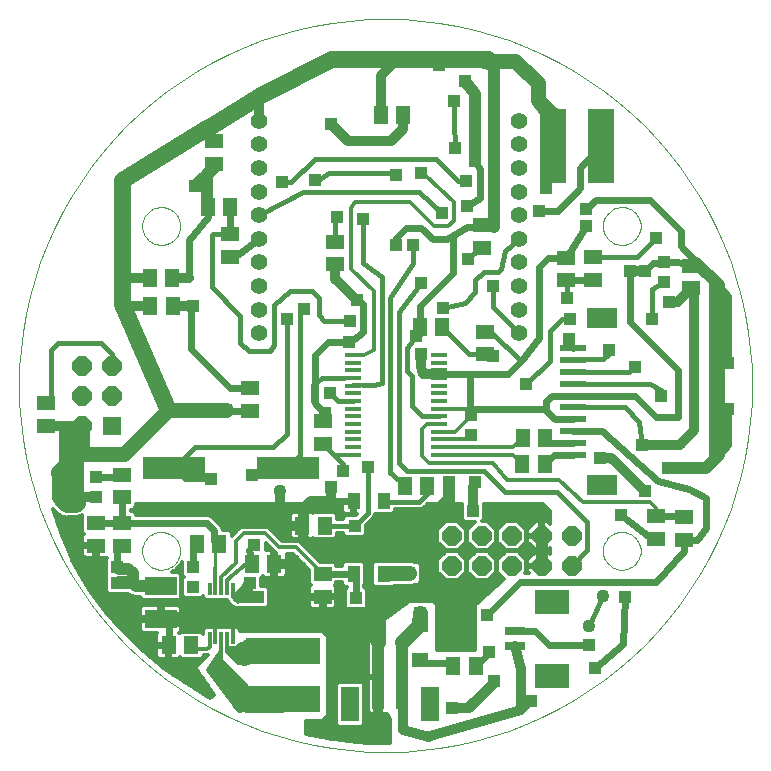
<source format=gtl>
G75*
G70*
%OFA0B0*%
%FSLAX24Y24*%
%IPPOS*%
%LPD*%
%AMOC8*
5,1,8,0,0,1.08239X$1,22.5*
%
%ADD10C,0.0000*%
%ADD11C,0.0039*%
%ADD12R,0.0640X0.0640*%
%ADD13OC8,0.0640*%
%ADD14R,0.2480X0.0866*%
%ADD15R,0.0512X0.0591*%
%ADD16R,0.1063X0.0630*%
%ADD17R,0.0551X0.0472*%
%ADD18R,0.0394X0.0433*%
%ADD19R,0.0591X0.0512*%
%ADD20C,0.0555*%
%ADD21R,0.0866X0.0236*%
%ADD22R,0.1024X0.0709*%
%ADD23R,0.0433X0.0551*%
%ADD24R,0.0709X0.0315*%
%ADD25R,0.1181X0.0827*%
%ADD26R,0.0550X0.0137*%
%ADD27R,0.2100X0.0760*%
%ADD28R,0.0866X0.2480*%
%ADD29R,0.0630X0.1181*%
%ADD30R,0.0394X0.2165*%
%ADD31R,0.0118X0.0394*%
%ADD32C,0.0160*%
%ADD33C,0.0320*%
%ADD34R,0.0436X0.0436*%
%ADD35C,0.0240*%
%ADD36C,0.0120*%
%ADD37C,0.0400*%
%ADD38C,0.0500*%
%ADD39C,0.0436*%
%ADD40OC8,0.0436*%
%ADD41C,0.0560*%
%ADD42C,0.0118*%
%ADD43C,0.0760*%
%ADD44C,0.0100*%
D10*
X004232Y006830D02*
X004234Y006880D01*
X004240Y006930D01*
X004250Y006979D01*
X004264Y007027D01*
X004281Y007074D01*
X004302Y007119D01*
X004327Y007163D01*
X004355Y007204D01*
X004387Y007243D01*
X004421Y007280D01*
X004458Y007314D01*
X004498Y007344D01*
X004540Y007371D01*
X004584Y007395D01*
X004630Y007416D01*
X004677Y007432D01*
X004725Y007445D01*
X004775Y007454D01*
X004824Y007459D01*
X004875Y007460D01*
X004925Y007457D01*
X004974Y007450D01*
X005023Y007439D01*
X005071Y007424D01*
X005117Y007406D01*
X005162Y007384D01*
X005205Y007358D01*
X005246Y007329D01*
X005285Y007297D01*
X005321Y007262D01*
X005353Y007224D01*
X005383Y007184D01*
X005410Y007141D01*
X005433Y007097D01*
X005452Y007051D01*
X005468Y007003D01*
X005480Y006954D01*
X005488Y006905D01*
X005492Y006855D01*
X005492Y006805D01*
X005488Y006755D01*
X005480Y006706D01*
X005468Y006657D01*
X005452Y006609D01*
X005433Y006563D01*
X005410Y006519D01*
X005383Y006476D01*
X005353Y006436D01*
X005321Y006398D01*
X005285Y006363D01*
X005246Y006331D01*
X005205Y006302D01*
X005162Y006276D01*
X005117Y006254D01*
X005071Y006236D01*
X005023Y006221D01*
X004974Y006210D01*
X004925Y006203D01*
X004875Y006200D01*
X004824Y006201D01*
X004775Y006206D01*
X004725Y006215D01*
X004677Y006228D01*
X004630Y006244D01*
X004584Y006265D01*
X004540Y006289D01*
X004498Y006316D01*
X004458Y006346D01*
X004421Y006380D01*
X004387Y006417D01*
X004355Y006456D01*
X004327Y006497D01*
X004302Y006541D01*
X004281Y006586D01*
X004264Y006633D01*
X004250Y006681D01*
X004240Y006730D01*
X004234Y006780D01*
X004232Y006830D01*
X004232Y017657D02*
X004234Y017707D01*
X004240Y017757D01*
X004250Y017806D01*
X004264Y017854D01*
X004281Y017901D01*
X004302Y017946D01*
X004327Y017990D01*
X004355Y018031D01*
X004387Y018070D01*
X004421Y018107D01*
X004458Y018141D01*
X004498Y018171D01*
X004540Y018198D01*
X004584Y018222D01*
X004630Y018243D01*
X004677Y018259D01*
X004725Y018272D01*
X004775Y018281D01*
X004824Y018286D01*
X004875Y018287D01*
X004925Y018284D01*
X004974Y018277D01*
X005023Y018266D01*
X005071Y018251D01*
X005117Y018233D01*
X005162Y018211D01*
X005205Y018185D01*
X005246Y018156D01*
X005285Y018124D01*
X005321Y018089D01*
X005353Y018051D01*
X005383Y018011D01*
X005410Y017968D01*
X005433Y017924D01*
X005452Y017878D01*
X005468Y017830D01*
X005480Y017781D01*
X005488Y017732D01*
X005492Y017682D01*
X005492Y017632D01*
X005488Y017582D01*
X005480Y017533D01*
X005468Y017484D01*
X005452Y017436D01*
X005433Y017390D01*
X005410Y017346D01*
X005383Y017303D01*
X005353Y017263D01*
X005321Y017225D01*
X005285Y017190D01*
X005246Y017158D01*
X005205Y017129D01*
X005162Y017103D01*
X005117Y017081D01*
X005071Y017063D01*
X005023Y017048D01*
X004974Y017037D01*
X004925Y017030D01*
X004875Y017027D01*
X004824Y017028D01*
X004775Y017033D01*
X004725Y017042D01*
X004677Y017055D01*
X004630Y017071D01*
X004584Y017092D01*
X004540Y017116D01*
X004498Y017143D01*
X004458Y017173D01*
X004421Y017207D01*
X004387Y017244D01*
X004355Y017283D01*
X004327Y017324D01*
X004302Y017368D01*
X004281Y017413D01*
X004264Y017460D01*
X004250Y017508D01*
X004240Y017557D01*
X004234Y017607D01*
X004232Y017657D01*
X019586Y017657D02*
X019588Y017707D01*
X019594Y017757D01*
X019604Y017806D01*
X019618Y017854D01*
X019635Y017901D01*
X019656Y017946D01*
X019681Y017990D01*
X019709Y018031D01*
X019741Y018070D01*
X019775Y018107D01*
X019812Y018141D01*
X019852Y018171D01*
X019894Y018198D01*
X019938Y018222D01*
X019984Y018243D01*
X020031Y018259D01*
X020079Y018272D01*
X020129Y018281D01*
X020178Y018286D01*
X020229Y018287D01*
X020279Y018284D01*
X020328Y018277D01*
X020377Y018266D01*
X020425Y018251D01*
X020471Y018233D01*
X020516Y018211D01*
X020559Y018185D01*
X020600Y018156D01*
X020639Y018124D01*
X020675Y018089D01*
X020707Y018051D01*
X020737Y018011D01*
X020764Y017968D01*
X020787Y017924D01*
X020806Y017878D01*
X020822Y017830D01*
X020834Y017781D01*
X020842Y017732D01*
X020846Y017682D01*
X020846Y017632D01*
X020842Y017582D01*
X020834Y017533D01*
X020822Y017484D01*
X020806Y017436D01*
X020787Y017390D01*
X020764Y017346D01*
X020737Y017303D01*
X020707Y017263D01*
X020675Y017225D01*
X020639Y017190D01*
X020600Y017158D01*
X020559Y017129D01*
X020516Y017103D01*
X020471Y017081D01*
X020425Y017063D01*
X020377Y017048D01*
X020328Y017037D01*
X020279Y017030D01*
X020229Y017027D01*
X020178Y017028D01*
X020129Y017033D01*
X020079Y017042D01*
X020031Y017055D01*
X019984Y017071D01*
X019938Y017092D01*
X019894Y017116D01*
X019852Y017143D01*
X019812Y017173D01*
X019775Y017207D01*
X019741Y017244D01*
X019709Y017283D01*
X019681Y017324D01*
X019656Y017368D01*
X019635Y017413D01*
X019618Y017460D01*
X019604Y017508D01*
X019594Y017557D01*
X019588Y017607D01*
X019586Y017657D01*
X019586Y006830D02*
X019588Y006880D01*
X019594Y006930D01*
X019604Y006979D01*
X019618Y007027D01*
X019635Y007074D01*
X019656Y007119D01*
X019681Y007163D01*
X019709Y007204D01*
X019741Y007243D01*
X019775Y007280D01*
X019812Y007314D01*
X019852Y007344D01*
X019894Y007371D01*
X019938Y007395D01*
X019984Y007416D01*
X020031Y007432D01*
X020079Y007445D01*
X020129Y007454D01*
X020178Y007459D01*
X020229Y007460D01*
X020279Y007457D01*
X020328Y007450D01*
X020377Y007439D01*
X020425Y007424D01*
X020471Y007406D01*
X020516Y007384D01*
X020559Y007358D01*
X020600Y007329D01*
X020639Y007297D01*
X020675Y007262D01*
X020707Y007224D01*
X020737Y007184D01*
X020764Y007141D01*
X020787Y007097D01*
X020806Y007051D01*
X020822Y007003D01*
X020834Y006954D01*
X020842Y006905D01*
X020846Y006855D01*
X020846Y006805D01*
X020842Y006755D01*
X020834Y006706D01*
X020822Y006657D01*
X020806Y006609D01*
X020787Y006563D01*
X020764Y006519D01*
X020737Y006476D01*
X020707Y006436D01*
X020675Y006398D01*
X020639Y006363D01*
X020600Y006331D01*
X020559Y006302D01*
X020516Y006276D01*
X020471Y006254D01*
X020425Y006236D01*
X020377Y006221D01*
X020328Y006210D01*
X020279Y006203D01*
X020229Y006200D01*
X020178Y006201D01*
X020129Y006206D01*
X020079Y006215D01*
X020031Y006228D01*
X019984Y006244D01*
X019938Y006265D01*
X019894Y006289D01*
X019852Y006316D01*
X019812Y006346D01*
X019775Y006380D01*
X019741Y006417D01*
X019709Y006456D01*
X019681Y006497D01*
X019656Y006541D01*
X019635Y006586D01*
X019618Y006633D01*
X019604Y006681D01*
X019594Y006730D01*
X019588Y006780D01*
X019586Y006830D01*
D11*
X000123Y012342D02*
X000138Y012942D01*
X000182Y013540D01*
X000255Y014135D01*
X000358Y014726D01*
X000489Y015311D01*
X000649Y015889D01*
X000837Y016458D01*
X001053Y017018D01*
X001296Y017566D01*
X001566Y018102D01*
X001861Y018624D01*
X002182Y019131D01*
X002528Y019621D01*
X002897Y020094D01*
X003288Y020548D01*
X003702Y020982D01*
X004136Y021396D01*
X004590Y021787D01*
X005063Y022156D01*
X005553Y022502D01*
X006060Y022823D01*
X006582Y023118D01*
X007118Y023388D01*
X007666Y023631D01*
X008226Y023847D01*
X008795Y024035D01*
X009373Y024195D01*
X009958Y024326D01*
X010549Y024429D01*
X011144Y024502D01*
X011742Y024546D01*
X012342Y024561D01*
X012942Y024546D01*
X013540Y024502D01*
X014135Y024429D01*
X014726Y024326D01*
X015311Y024195D01*
X015889Y024035D01*
X016458Y023847D01*
X017018Y023631D01*
X017566Y023388D01*
X018102Y023118D01*
X018624Y022823D01*
X019131Y022502D01*
X019621Y022156D01*
X020094Y021787D01*
X020548Y021396D01*
X020982Y020982D01*
X021396Y020548D01*
X021787Y020094D01*
X022156Y019621D01*
X022502Y019131D01*
X022823Y018624D01*
X023118Y018102D01*
X023388Y017566D01*
X023631Y017018D01*
X023847Y016458D01*
X024035Y015889D01*
X024195Y015311D01*
X024326Y014726D01*
X024429Y014135D01*
X024502Y013540D01*
X024546Y012942D01*
X024561Y012342D01*
X024546Y011742D01*
X024502Y011144D01*
X024429Y010549D01*
X024326Y009958D01*
X024195Y009373D01*
X024035Y008795D01*
X023847Y008226D01*
X023631Y007666D01*
X023388Y007118D01*
X023118Y006582D01*
X022823Y006060D01*
X022502Y005553D01*
X022156Y005063D01*
X021787Y004590D01*
X021396Y004136D01*
X020982Y003702D01*
X020548Y003288D01*
X020094Y002897D01*
X019621Y002528D01*
X019131Y002182D01*
X018624Y001861D01*
X018102Y001566D01*
X017566Y001296D01*
X017018Y001053D01*
X016458Y000837D01*
X015889Y000649D01*
X015311Y000489D01*
X014726Y000358D01*
X014135Y000255D01*
X013540Y000182D01*
X012942Y000138D01*
X012342Y000123D01*
X011742Y000138D01*
X011144Y000182D01*
X010549Y000255D01*
X009958Y000358D01*
X009373Y000489D01*
X008795Y000649D01*
X008226Y000837D01*
X007666Y001053D01*
X007118Y001296D01*
X006582Y001566D01*
X006060Y001861D01*
X005553Y002182D01*
X005063Y002528D01*
X004590Y002897D01*
X004136Y003288D01*
X003702Y003702D01*
X003288Y004136D01*
X002897Y004590D01*
X002528Y005063D01*
X002182Y005553D01*
X001861Y006060D01*
X001566Y006582D01*
X001296Y007118D01*
X001053Y007666D01*
X000837Y008226D01*
X000649Y008795D01*
X000489Y009373D01*
X000358Y009958D01*
X000255Y010549D01*
X000182Y011144D01*
X000138Y011742D01*
X000123Y012342D01*
D12*
X003220Y010996D03*
D13*
X003220Y011996D03*
X003220Y012996D03*
X002220Y012996D03*
X002220Y011996D03*
X002220Y010996D03*
X014547Y007330D03*
X014547Y006330D03*
X015547Y006330D03*
X015547Y007330D03*
X016547Y007330D03*
X016547Y006330D03*
X017547Y006330D03*
X018547Y006330D03*
X018547Y007330D03*
X017547Y007330D03*
D14*
X008921Y003496D03*
X008921Y001881D03*
D15*
X005862Y003681D03*
X005114Y003681D03*
X007881Y006393D03*
X008629Y006393D03*
X009566Y007673D03*
X010314Y007673D03*
X012984Y008980D03*
X013732Y008980D03*
X016897Y009740D03*
X017645Y009740D03*
X017665Y010606D03*
X016917Y010606D03*
X014236Y014295D03*
X013488Y014295D03*
X007157Y018291D03*
X006409Y018291D03*
X005224Y015940D03*
X004476Y015940D03*
X004496Y014976D03*
X005244Y014976D03*
X012192Y021374D03*
X012940Y021374D03*
X006799Y007063D03*
X006051Y007063D03*
X014598Y002976D03*
X015346Y002976D03*
D16*
X004850Y004551D03*
X004850Y005653D03*
D17*
X013492Y004374D03*
X013492Y003192D03*
D18*
X005925Y005629D03*
X005925Y006299D03*
X002696Y008622D03*
X002696Y009291D03*
X015192Y010700D03*
X015192Y011370D03*
X021610Y015799D03*
X021610Y016468D03*
D19*
X022523Y016326D03*
X022523Y015578D03*
X019255Y015874D03*
X019255Y016622D03*
X018362Y016606D03*
X018362Y015858D03*
X015566Y016940D03*
X015566Y017689D03*
X015665Y014137D03*
X015665Y013389D03*
X010673Y016385D03*
X010673Y017133D03*
X007149Y017389D03*
X007149Y016641D03*
X006610Y019736D03*
X006610Y020484D03*
X007818Y012251D03*
X007818Y011503D03*
X010259Y011149D03*
X010259Y010401D03*
X010251Y006055D03*
X010251Y005307D03*
X003563Y007007D03*
X003563Y007755D03*
X003563Y008622D03*
X003563Y009370D03*
X002696Y007755D03*
X002696Y007007D03*
X001039Y010996D03*
X001039Y011744D03*
X021342Y007976D03*
X021342Y007228D03*
X022287Y007196D03*
X022287Y007944D03*
D20*
X016791Y014082D03*
X016791Y014870D03*
X016791Y015657D03*
X016791Y016444D03*
X016791Y017232D03*
X016791Y018019D03*
X016791Y018807D03*
X016791Y019594D03*
X016791Y020381D03*
X016791Y021169D03*
X008129Y021169D03*
X008129Y020381D03*
X008129Y019594D03*
X008129Y018807D03*
X008129Y018019D03*
X008129Y017232D03*
X008129Y016444D03*
X008129Y015657D03*
X008129Y014870D03*
X008129Y014082D03*
D21*
X018598Y013582D03*
X018598Y013189D03*
X018598Y012795D03*
X018598Y012401D03*
X018598Y012007D03*
X018598Y011614D03*
X018598Y011220D03*
X018598Y010826D03*
X018598Y010433D03*
X018598Y010039D03*
D22*
X019543Y009015D03*
X019543Y014606D03*
D23*
X012283Y008492D03*
X011283Y008492D03*
X011283Y006051D03*
X012283Y006051D03*
D24*
X016665Y004143D03*
X016665Y003651D03*
D25*
X017895Y002667D03*
X017895Y005127D03*
D26*
X014128Y010033D03*
X014128Y010289D03*
X014128Y010545D03*
X014128Y010801D03*
X014128Y011057D03*
X014128Y011313D03*
X014128Y011568D03*
X014128Y011824D03*
X014128Y012080D03*
X014128Y012336D03*
X014128Y012592D03*
X014128Y012848D03*
X014128Y013104D03*
X014128Y013360D03*
X011249Y013360D03*
X011249Y013104D03*
X011249Y012848D03*
X011249Y012592D03*
X011249Y012336D03*
X011249Y012080D03*
X011249Y011824D03*
X011249Y011568D03*
X011249Y011313D03*
X011249Y011057D03*
X011249Y010801D03*
X011249Y010545D03*
X011249Y010289D03*
X011249Y010033D03*
D27*
X009081Y009594D03*
X005281Y009594D03*
D28*
X017921Y020330D03*
X019535Y020330D03*
D29*
X013838Y001724D03*
X011161Y001724D03*
D30*
X012106Y002618D03*
X012893Y002618D03*
D31*
X007263Y003937D03*
X007066Y003937D03*
X006870Y003937D03*
X006673Y003937D03*
X006476Y003937D03*
X006476Y005551D03*
X006673Y005551D03*
X006870Y005551D03*
X007066Y005551D03*
X007263Y005551D03*
D32*
X007500Y004626D02*
X007500Y004547D01*
X006830Y004547D01*
X009468Y007657D02*
X009586Y007736D01*
X009586Y008129D02*
X009901Y008484D01*
X010492Y008484D01*
X010531Y008523D01*
X010409Y007657D02*
X010314Y007673D01*
X010409Y007657D02*
X011318Y007657D01*
X011751Y008090D01*
X011751Y009626D01*
X012500Y009429D02*
X012535Y009429D01*
X012984Y008980D01*
X013051Y009507D02*
X015610Y009507D01*
X016318Y008799D01*
X018051Y008799D01*
X019074Y007775D01*
X019074Y006858D01*
X018547Y006330D01*
X019586Y005334D02*
X019468Y005059D01*
X019114Y004311D01*
X014547Y004940D02*
X014547Y005177D01*
X014311Y005413D01*
X014196Y005531D02*
X014153Y005531D01*
X013799Y005885D01*
X013472Y008472D02*
X012263Y008472D01*
X012500Y009429D02*
X012500Y015255D01*
X013248Y016437D01*
X013248Y017027D01*
X012224Y015964D02*
X012224Y012421D01*
X011948Y012342D01*
X011594Y012342D01*
X010964Y012578D02*
X010216Y012578D01*
X009940Y012342D01*
X009940Y011830D01*
X010334Y011437D01*
X010773Y011824D02*
X010492Y012106D01*
X010773Y011824D02*
X011249Y011824D01*
X010259Y010401D02*
X010925Y009736D01*
X010925Y009507D01*
X009626Y009665D02*
X009547Y009626D01*
X009112Y009626D01*
X009081Y009594D01*
X009507Y010021D01*
X009507Y014783D01*
X009626Y014901D01*
X010137Y014704D02*
X010295Y014507D01*
X011161Y014507D01*
X010137Y014704D02*
X010137Y015255D01*
X009901Y015492D01*
X009153Y015492D01*
X008641Y015019D01*
X008641Y013681D01*
X008484Y013484D01*
X007775Y013484D01*
X007500Y013759D01*
X007500Y014665D01*
X006555Y015610D01*
X006555Y017342D01*
X006602Y017389D01*
X007114Y017389D01*
X008129Y018019D02*
X008137Y018019D01*
X009586Y018799D01*
X013444Y018799D01*
X014232Y018090D01*
X014744Y019153D02*
X014035Y019901D01*
X009980Y019901D01*
X009192Y019114D01*
X008877Y019114D01*
X009980Y019192D02*
X010098Y019192D01*
X010452Y019429D01*
X012657Y019429D01*
X012696Y019350D01*
X011594Y017893D02*
X011594Y016437D01*
X012224Y015964D01*
X012775Y014783D02*
X013523Y015767D01*
X014271Y014940D02*
X014980Y015098D01*
X015334Y015452D01*
X015334Y015846D01*
X015610Y016122D01*
X016082Y016122D01*
X016200Y016240D01*
X016318Y016838D01*
X016791Y017232D01*
X015566Y016940D02*
X015484Y016940D01*
X015098Y016555D01*
X015925Y015649D02*
X015925Y014948D01*
X016791Y014082D01*
X015862Y014137D02*
X016850Y013149D01*
X017027Y012381D02*
X017814Y013169D01*
X017814Y014153D01*
X018208Y014547D01*
X018484Y014547D01*
X018405Y015255D02*
X018405Y015814D01*
X018362Y015858D01*
X019255Y016622D02*
X020716Y016622D01*
X021358Y017263D01*
X021610Y015799D02*
X021232Y015563D01*
X021240Y014547D01*
X020649Y012972D02*
X020452Y012775D01*
X018618Y012775D01*
X018598Y012795D01*
X018598Y012401D02*
X018618Y012381D01*
X021161Y012381D01*
X021515Y012185D01*
X021515Y011988D01*
X020807Y011122D02*
X020334Y011633D01*
X018618Y011633D01*
X018598Y011614D01*
X018598Y013189D02*
X018618Y013208D01*
X019586Y013208D01*
X019783Y013405D01*
X019783Y013523D01*
X020807Y011122D02*
X020885Y010374D01*
X015925Y013326D02*
X015728Y013326D01*
X015665Y013389D01*
X015141Y013389D01*
X014236Y014295D01*
X013488Y014039D02*
X013366Y013996D01*
X013051Y013602D01*
X013051Y012814D01*
X013208Y012657D01*
X013208Y011673D01*
X013568Y011313D01*
X014128Y011313D01*
X012775Y009744D02*
X013051Y009507D01*
X012775Y009744D02*
X012775Y014783D01*
X010673Y017133D02*
X010673Y017877D01*
X010728Y017972D01*
X009074Y014547D02*
X009074Y010728D01*
X008602Y010295D01*
X005981Y010295D01*
X005281Y009594D01*
X005643Y009232D01*
X006515Y009232D01*
X007893Y009350D02*
X008837Y009350D01*
X009081Y009594D01*
X013472Y008472D02*
X013759Y008759D01*
X013759Y008952D01*
X013732Y008980D01*
X015665Y014137D02*
X015862Y014137D01*
X015019Y019153D02*
X014744Y019153D01*
X014665Y020255D02*
X014626Y021161D01*
X014626Y021830D01*
X003220Y013393D02*
X003220Y012996D01*
X003220Y013393D02*
X002854Y013759D01*
X001437Y013759D01*
X001200Y013523D01*
X001200Y011905D01*
X001039Y011744D01*
D33*
X001035Y010996D02*
X001003Y010964D01*
X001035Y010996D02*
X001039Y010996D01*
X002220Y010996D01*
X001988Y008799D02*
X002165Y008622D01*
X002696Y008622D01*
X005964Y004626D02*
X005767Y004429D01*
X005964Y004626D02*
X006594Y004626D01*
X007500Y004626D01*
X007618Y004547D02*
X008326Y004547D01*
X008366Y004507D01*
X008629Y006393D02*
X009078Y006393D01*
X009271Y006200D01*
X009586Y007657D02*
X008838Y007657D01*
X008838Y008838D01*
X009586Y008208D02*
X009586Y008129D01*
X009586Y007736D01*
X009586Y007657D01*
X009566Y007673D02*
X008854Y007673D01*
X008838Y007657D01*
X009586Y008208D02*
X009862Y008484D01*
X009901Y008484D01*
X010531Y008484D01*
X010531Y008523D01*
X010531Y008956D01*
X012263Y008472D02*
X012283Y008492D01*
X012775Y007224D02*
X013090Y007224D01*
X014429Y008563D01*
X014429Y009074D01*
X014468Y009114D01*
X014468Y008405D02*
X014429Y008405D01*
X013208Y007185D01*
X012814Y007185D01*
X012775Y007224D01*
X013208Y007185D02*
X013563Y007185D01*
X014196Y005531D02*
X014192Y005374D01*
X013484Y004744D02*
X013492Y004736D01*
X013492Y004374D01*
X013484Y004350D02*
X013484Y004744D01*
X012893Y003799D02*
X012893Y002618D01*
X012933Y002578D01*
X012933Y000846D01*
X013799Y000610D01*
X013838Y000649D01*
X016850Y001535D01*
X016862Y002885D01*
X016665Y003651D01*
X015964Y002500D02*
X015964Y002421D01*
X015137Y001594D01*
X015098Y001594D01*
X015295Y001791D01*
X015098Y001594D02*
X014547Y001594D01*
X012342Y001122D02*
X012106Y001358D01*
X012106Y002618D01*
X012106Y002460D01*
X012106Y002618D02*
X012106Y003641D01*
X015255Y008169D02*
X015255Y008956D01*
X015334Y009114D01*
X013956Y012736D02*
X013602Y012736D01*
X013523Y012972D01*
X013523Y013405D01*
X011397Y015177D02*
X010673Y015901D01*
X010673Y016385D01*
X011082Y020492D02*
X010531Y021043D01*
X011082Y020492D02*
X012539Y020492D01*
X012933Y020885D01*
X012933Y021358D01*
X012940Y021366D01*
X012940Y021374D01*
X012192Y021374D02*
X012192Y022665D01*
X012736Y023208D01*
X008129Y021818D02*
X008129Y021169D01*
X008129Y021818D02*
X008024Y021923D01*
X005783Y015940D02*
X005224Y015940D01*
X004476Y015940D02*
X003657Y015940D01*
X003563Y015846D01*
X003563Y015059D02*
X003645Y014976D01*
X004496Y014976D01*
X005244Y014976D02*
X005921Y014976D01*
X005925Y014980D01*
X015566Y017689D02*
X015921Y017689D01*
X015952Y017657D01*
X017696Y018917D02*
X017657Y021555D01*
X017921Y021370D02*
X017921Y020330D01*
X020492Y016161D02*
X021003Y016161D01*
X021791Y015137D02*
X022082Y015137D01*
X022429Y015484D01*
X022618Y015484D01*
X022523Y015578D01*
X022618Y015484D02*
X022618Y010846D01*
X022145Y010374D01*
X020885Y010374D01*
X019862Y009940D02*
X020984Y008818D01*
X019862Y009940D02*
X019507Y009940D01*
D34*
X019507Y009940D03*
X020885Y010374D03*
X021751Y009586D03*
X020984Y008818D03*
X020177Y008011D03*
X020334Y005295D03*
X019114Y003681D03*
X019311Y002933D03*
X017185Y001830D03*
X015964Y002500D03*
X015807Y003444D03*
X015728Y004704D03*
X014547Y004940D03*
X013484Y004744D03*
X013129Y006082D03*
X011358Y005255D03*
X010216Y004626D03*
X009271Y006200D03*
X008090Y005295D03*
X007814Y005767D03*
X007854Y004507D03*
X008366Y004507D03*
X007972Y007027D03*
X008838Y007657D03*
X007893Y009350D03*
X006515Y009232D03*
X007027Y011515D03*
X009074Y014547D03*
X009626Y014901D03*
X011161Y014507D03*
X011122Y013799D03*
X011397Y015177D03*
X012696Y017027D03*
X013248Y017027D03*
X013523Y015767D03*
X014271Y014940D03*
X013366Y013996D03*
X013523Y013405D03*
X015925Y013326D03*
X017027Y012381D03*
X018444Y013877D03*
X018484Y014547D03*
X018405Y015255D03*
X019783Y013523D03*
X020649Y012972D03*
X021515Y011988D03*
X023759Y011555D03*
X023759Y013090D03*
X021791Y015137D03*
X021240Y014547D03*
X021003Y016161D03*
X020492Y016161D03*
X021358Y017263D03*
X019035Y017657D03*
X019035Y018208D03*
X017696Y018917D03*
X017460Y018169D03*
X015334Y019822D03*
X015019Y019153D03*
X015059Y018326D03*
X014232Y018090D03*
X013523Y019429D03*
X012696Y019350D03*
X011594Y017893D03*
X010728Y017972D03*
X009980Y019192D03*
X008877Y019114D03*
X010531Y021043D03*
X014114Y023011D03*
X014980Y022500D03*
X014626Y021830D03*
X014665Y020255D03*
X015098Y016555D03*
X015925Y015649D03*
X010492Y012106D03*
X010334Y011437D03*
X010925Y009507D03*
X010531Y008956D03*
X011751Y009626D03*
X011318Y007657D03*
X014468Y009114D03*
X015255Y008169D03*
X015334Y009114D03*
X014547Y001594D03*
X005767Y004429D03*
X003405Y005767D03*
X003405Y006279D03*
X002696Y006279D03*
X001988Y008799D03*
X001476Y008799D03*
X001476Y009350D03*
X005925Y014980D03*
X006003Y018996D03*
D35*
X006409Y018291D02*
X006437Y018263D01*
X006437Y017972D01*
X005783Y017200D01*
X005783Y015940D01*
X005925Y014980D02*
X005846Y014901D01*
X005846Y013563D01*
X007157Y012251D01*
X007818Y012251D01*
X007818Y011503D02*
X007039Y011503D01*
X007027Y011515D01*
X009980Y011751D02*
X010295Y011437D01*
X010334Y011437D01*
X010259Y011362D01*
X010259Y011149D01*
X009980Y011751D02*
X009980Y013354D01*
X010433Y013807D01*
X011114Y013807D01*
X011122Y013799D01*
X011122Y013759D02*
X011594Y014114D01*
X011594Y015059D01*
X011397Y015177D01*
X012696Y017027D02*
X012696Y017263D01*
X013011Y017578D01*
X013523Y017578D01*
X013917Y017224D01*
X014389Y017224D01*
X015059Y017618D01*
X015952Y017618D01*
X015492Y018602D02*
X015059Y018326D01*
X015492Y018602D02*
X015492Y019547D01*
X015334Y019822D01*
X017460Y018169D02*
X018090Y018169D01*
X018838Y018917D01*
X018838Y019594D01*
X019535Y020330D01*
X019350Y018523D02*
X019035Y018208D01*
X019350Y018523D02*
X021161Y018523D01*
X022185Y017500D01*
X022185Y016988D01*
X023759Y015334D01*
X023759Y013090D01*
X023759Y013011D01*
X023759Y011555D02*
X023759Y010344D01*
X023090Y009674D01*
X023208Y009940D01*
X023208Y015885D01*
X022696Y016429D02*
X022523Y016326D01*
X022696Y016429D02*
X021610Y016468D01*
X021271Y016429D01*
X021003Y016161D01*
X020492Y016161D02*
X020492Y014468D01*
X022106Y012854D01*
X022106Y011279D01*
X021358Y011279D01*
X020649Y011988D01*
X018618Y011988D01*
X018598Y012007D01*
X018500Y011988D01*
X017893Y011988D01*
X017696Y011830D01*
X017696Y011673D01*
X017578Y011555D01*
X015466Y011555D01*
X015452Y011568D01*
X015649Y011555D02*
X015228Y011555D01*
X015149Y011633D01*
X015149Y012629D01*
X015255Y012736D01*
X016437Y012736D01*
X016850Y013149D01*
X017460Y013917D01*
X017460Y016279D01*
X017748Y016606D01*
X018362Y016606D01*
X018366Y016594D02*
X018523Y016870D01*
X019035Y017657D01*
X019255Y015874D02*
X019240Y015858D01*
X018362Y015858D01*
X018444Y013877D02*
X018444Y013736D01*
X018598Y013582D01*
X017696Y011830D02*
X017696Y011594D01*
X017696Y011476D01*
X017992Y011220D01*
X018598Y011220D01*
X018598Y010826D02*
X019566Y010826D01*
X021437Y009153D01*
X022460Y008877D01*
X023011Y008602D01*
X023011Y007578D01*
X022708Y007196D01*
X022287Y007196D01*
X022287Y006814D01*
X021358Y005807D01*
X016830Y005807D01*
X015728Y004704D01*
X016665Y004143D02*
X017313Y004143D01*
X017775Y003681D01*
X019114Y003681D01*
X019311Y002933D02*
X020255Y003720D01*
X020334Y005295D01*
X021236Y007228D02*
X020177Y008011D01*
X021358Y007992D02*
X022240Y007992D01*
X022287Y007944D01*
X021342Y007228D02*
X021236Y007228D01*
X021751Y009586D02*
X023051Y009586D01*
X023090Y009674D01*
X018598Y010039D02*
X017944Y010039D01*
X017645Y009740D01*
X017838Y010433D02*
X017665Y010606D01*
X017838Y010433D02*
X018598Y010433D01*
X015149Y011291D02*
X015149Y011633D01*
X015255Y012736D02*
X013956Y012736D01*
X013366Y013996D02*
X013488Y014118D01*
X013488Y014295D01*
X013484Y014114D02*
X013366Y013996D01*
X013484Y014114D02*
X013484Y014980D01*
X014586Y016082D01*
X014586Y017342D01*
X012775Y017342D02*
X012696Y017263D01*
X008129Y017232D02*
X007263Y016602D01*
X007149Y016641D01*
X007114Y017389D02*
X007149Y017389D01*
X007149Y018283D01*
X007157Y018291D01*
X014114Y023011D02*
X014232Y023208D01*
X002220Y010996D02*
X002106Y010881D01*
X002106Y010059D01*
X002106Y008759D01*
X002283Y008622D01*
X002696Y008622D01*
X002696Y009291D02*
X003484Y009291D01*
X003563Y009370D01*
X003563Y008622D02*
X003563Y007755D01*
X006377Y007755D01*
X006633Y007500D01*
X006633Y007149D01*
X006799Y007063D01*
X006051Y007063D02*
X005925Y006937D01*
X005925Y006299D01*
X005177Y004547D02*
X005114Y004484D01*
X005114Y004287D01*
X004850Y004551D01*
X005114Y004287D02*
X005114Y003681D01*
X007500Y003523D02*
X007539Y003484D01*
X007618Y003405D01*
X007775Y003523D02*
X008248Y003602D01*
X008641Y003484D01*
X008921Y003496D02*
X009405Y003523D01*
X010216Y004626D02*
X010255Y004704D01*
X011988Y004704D01*
X012106Y003838D01*
X012106Y004547D01*
X012696Y005137D01*
X012696Y005177D01*
X013011Y005492D01*
X014153Y005492D01*
X013759Y005885D01*
X013759Y006279D01*
X013169Y006870D01*
X012736Y006870D01*
X012354Y006082D02*
X012283Y006051D01*
X011358Y005976D02*
X011358Y005255D01*
X011358Y005976D02*
X011283Y006051D01*
X011279Y006055D01*
X010251Y006055D01*
X010251Y005307D02*
X009535Y005307D01*
X009271Y005570D01*
X009271Y006200D01*
X010098Y006870D02*
X009507Y007460D01*
X009507Y007539D01*
X009389Y007657D01*
X008838Y007657D01*
X009566Y007673D02*
X009665Y007771D01*
X009665Y008248D01*
X009901Y008484D01*
X009909Y008492D01*
X011283Y008492D01*
X013641Y006633D02*
X013799Y006476D01*
X013799Y005885D01*
X012106Y004350D02*
X012055Y004401D01*
X013492Y003192D02*
X013578Y003192D01*
X013681Y003090D01*
X014484Y003090D01*
X014598Y002976D01*
X015346Y002976D02*
X015807Y003437D01*
X015807Y003444D01*
X017185Y001830D02*
X017027Y001673D01*
X016850Y001535D01*
X010251Y004661D02*
X010216Y004626D01*
X010251Y004661D02*
X010251Y005307D01*
X007972Y007027D02*
X007803Y006858D01*
X007881Y006393D01*
X003563Y007007D02*
X003405Y006850D01*
X003405Y006279D01*
X002696Y006279D02*
X002696Y007007D01*
X002696Y007755D02*
X003563Y007755D01*
D36*
X003872Y003892D02*
X004698Y003892D01*
X004698Y004010D02*
X003758Y004010D01*
X003644Y004129D02*
X004199Y004129D01*
X004158Y004169D02*
X004252Y004076D01*
X004731Y004076D01*
X004698Y004042D01*
X004698Y003741D01*
X005054Y003741D01*
X005054Y003621D01*
X005054Y003620D02*
X005174Y003620D01*
X005174Y003225D01*
X005436Y003225D01*
X005488Y003277D01*
X005540Y003225D01*
X006184Y003225D01*
X006278Y003319D01*
X006278Y003343D01*
X006413Y003343D01*
X006003Y002933D01*
X006633Y002027D01*
X006476Y001909D01*
X004980Y002893D01*
X004114Y003641D01*
X003090Y004704D01*
X002500Y005492D01*
X001948Y006397D01*
X001515Y007460D01*
X001259Y008229D01*
X001373Y008115D01*
X001386Y008091D01*
X001434Y008054D01*
X001477Y008011D01*
X001502Y008000D01*
X001524Y007983D01*
X001583Y007967D01*
X001638Y007944D01*
X001666Y007944D01*
X001693Y007937D01*
X001753Y007944D01*
X001813Y007944D01*
X001839Y007955D01*
X001924Y007965D01*
X001969Y007965D01*
X002038Y007959D01*
X002056Y007965D01*
X002075Y007965D01*
X002139Y007991D01*
X002140Y007992D01*
X002186Y007997D01*
X002222Y008018D01*
X002241Y008024D01*
X002241Y007433D01*
X002293Y007381D01*
X002241Y007330D01*
X002241Y007067D01*
X002636Y007067D01*
X002636Y006947D01*
X002756Y006947D01*
X002756Y006591D01*
X003055Y006591D01*
X003027Y006563D01*
X003027Y006052D01*
X003027Y005483D01*
X003121Y005389D01*
X003689Y005389D01*
X003707Y005407D01*
X003768Y005407D01*
X003827Y005348D01*
X003959Y005293D01*
X004103Y005293D01*
X004158Y005293D01*
X004158Y005272D01*
X004252Y005178D01*
X005448Y005178D01*
X005541Y005272D01*
X005541Y006034D01*
X005448Y006128D01*
X005230Y006128D01*
X005309Y006161D01*
X005531Y006383D01*
X005568Y006471D01*
X005568Y006016D01*
X005620Y005964D01*
X005568Y005912D01*
X005568Y005347D01*
X005662Y005253D01*
X006188Y005253D01*
X006257Y005322D01*
X006257Y005288D01*
X006351Y005194D01*
X006547Y005194D01*
X006798Y005194D01*
X006995Y005194D01*
X007053Y005194D01*
X007087Y005160D01*
X007116Y005091D01*
X007217Y004990D01*
X007286Y004961D01*
X007330Y004917D01*
X007512Y004917D01*
X007529Y004935D01*
X007788Y004935D01*
X007806Y004917D01*
X008374Y004917D01*
X008468Y005010D01*
X008468Y005579D01*
X008374Y005673D01*
X008193Y005673D01*
X008193Y005938D01*
X008204Y005938D01*
X008255Y005990D01*
X008307Y005938D01*
X008569Y005938D01*
X008569Y006333D01*
X008689Y006333D01*
X008689Y005938D01*
X008952Y005938D01*
X009045Y006032D01*
X009045Y006333D01*
X008690Y006333D01*
X008690Y006453D01*
X009045Y006453D01*
X009045Y006728D01*
X009267Y006728D01*
X009796Y006199D01*
X009796Y005732D01*
X009848Y005681D01*
X009796Y005629D01*
X009796Y005366D01*
X010191Y005366D01*
X010191Y005247D01*
X009796Y005247D01*
X009796Y004984D01*
X009890Y004891D01*
X010192Y004891D01*
X010192Y005246D01*
X010311Y005246D01*
X010311Y004891D01*
X010613Y004891D01*
X010707Y004984D01*
X010707Y005247D01*
X010312Y005247D01*
X010312Y005366D01*
X010707Y005366D01*
X010707Y005629D01*
X010655Y005681D01*
X010707Y005732D01*
X010707Y005775D01*
X010906Y005775D01*
X010906Y005709D01*
X011000Y005615D01*
X011055Y005615D01*
X010980Y005540D01*
X010980Y004971D01*
X011073Y004877D01*
X011642Y004877D01*
X011736Y004971D01*
X011736Y005540D01*
X011642Y005634D01*
X011638Y005634D01*
X011638Y005687D01*
X011659Y005709D01*
X011659Y006393D01*
X011566Y006486D01*
X011000Y006486D01*
X010906Y006393D01*
X010906Y006335D01*
X010707Y006335D01*
X010707Y006377D01*
X010613Y006471D01*
X010147Y006471D01*
X009449Y007168D01*
X009267Y007168D01*
X008890Y007168D01*
X008417Y007641D01*
X008235Y007641D01*
X007526Y007641D01*
X007398Y007512D01*
X007215Y007329D01*
X007215Y007424D01*
X007121Y007518D01*
X006913Y007518D01*
X006913Y007555D01*
X006871Y007658D01*
X006792Y007737D01*
X006536Y007993D01*
X006433Y008035D01*
X006322Y008035D01*
X004018Y008035D01*
X004018Y008078D01*
X003924Y008171D01*
X003842Y008171D01*
X003842Y008206D01*
X003924Y008206D01*
X004018Y008299D01*
X004018Y008405D01*
X010906Y008405D01*
X010906Y008150D01*
X011000Y008056D01*
X011235Y008056D01*
X011235Y008405D01*
X011331Y008405D01*
X011331Y008056D01*
X011378Y008056D01*
X011357Y008035D01*
X011034Y008035D01*
X010940Y007941D01*
X010940Y007897D01*
X010730Y007897D01*
X010730Y008034D01*
X010637Y008128D01*
X009992Y008128D01*
X009940Y008076D01*
X009889Y008128D01*
X009626Y008128D01*
X009626Y007733D01*
X009506Y007733D01*
X009506Y007613D01*
X009151Y007613D01*
X009151Y007311D01*
X009244Y007217D01*
X009506Y007217D01*
X009506Y007613D01*
X009626Y007613D01*
X009626Y007217D01*
X009889Y007217D01*
X009940Y007269D01*
X009992Y007217D01*
X010637Y007217D01*
X010730Y007311D01*
X010730Y007417D01*
X010940Y007417D01*
X010940Y007373D01*
X011034Y007279D01*
X011603Y007279D01*
X011696Y007373D01*
X011696Y007696D01*
X011955Y007954D01*
X011991Y008042D01*
X011991Y008065D01*
X012000Y008056D01*
X012566Y008056D01*
X012659Y008150D01*
X012659Y008232D01*
X013424Y008232D01*
X013520Y008232D01*
X013608Y008269D01*
X013744Y008405D01*
X014877Y008405D01*
X014877Y007884D01*
X014971Y007791D01*
X015329Y007791D01*
X015067Y007529D01*
X015067Y007131D01*
X015348Y006850D01*
X015746Y006850D01*
X016027Y007131D01*
X016027Y007529D01*
X015746Y007810D01*
X015559Y007810D01*
X015634Y007884D01*
X015634Y008405D01*
X017578Y008405D01*
X017814Y008169D01*
X017814Y007741D01*
X017746Y007810D01*
X017587Y007810D01*
X017587Y007370D01*
X017507Y007370D01*
X017506Y007370D02*
X017506Y007290D01*
X017067Y007290D01*
X017067Y007131D01*
X017348Y006850D01*
X017507Y006850D01*
X017507Y007290D01*
X017587Y007290D01*
X017587Y006850D01*
X017746Y006850D01*
X017814Y006919D01*
X017814Y006741D01*
X017746Y006810D01*
X017587Y006810D01*
X017587Y006370D01*
X017507Y006370D01*
X017506Y006370D02*
X017506Y006290D01*
X017067Y006290D01*
X017067Y006131D01*
X017112Y006087D01*
X016982Y006087D01*
X017027Y006131D01*
X017027Y006529D01*
X016746Y006810D01*
X016348Y006810D01*
X016067Y006529D01*
X016067Y006131D01*
X016305Y005893D01*
X015334Y005019D01*
X015334Y003523D01*
X014074Y003523D01*
X014074Y005019D01*
X013877Y005177D01*
X013208Y005177D01*
X013090Y005137D01*
X012224Y004507D01*
X012224Y003860D01*
X012144Y003860D01*
X012144Y002656D01*
X012067Y002656D01*
X012067Y002579D01*
X011749Y002579D01*
X011749Y001469D01*
X011843Y001375D01*
X012067Y001375D01*
X012067Y002579D01*
X012144Y002579D01*
X012144Y001375D01*
X012369Y001375D01*
X012375Y001381D01*
X012500Y001240D01*
X012500Y000413D01*
X011751Y000413D01*
X011082Y000492D01*
X010216Y000610D01*
X009704Y000728D01*
X009704Y001161D01*
X010216Y001161D01*
X010413Y001318D01*
X010413Y003956D01*
X010255Y004153D01*
X007482Y004153D01*
X007482Y004200D01*
X007389Y004293D01*
X007263Y004293D01*
X007192Y004293D01*
X007175Y004293D01*
X007138Y004293D01*
X006941Y004293D01*
X006744Y004293D01*
X006673Y004293D01*
X006673Y004222D01*
X006673Y004222D01*
X006673Y004222D01*
X006673Y004293D01*
X006601Y004293D01*
X006596Y004293D01*
X006547Y004293D01*
X006351Y004293D01*
X006257Y004200D01*
X006257Y004063D01*
X006184Y004136D01*
X005540Y004136D01*
X005488Y004084D01*
X005472Y004100D01*
X005541Y004169D01*
X005541Y004491D01*
X004910Y004491D01*
X004910Y004611D01*
X004790Y004611D01*
X004790Y005026D01*
X004252Y005026D01*
X004158Y004932D01*
X004158Y004611D01*
X004790Y004611D01*
X004790Y004491D01*
X004158Y004491D01*
X004158Y004169D01*
X004158Y004247D02*
X003530Y004247D01*
X003416Y004366D02*
X004158Y004366D01*
X004158Y004484D02*
X003302Y004484D01*
X003188Y004603D02*
X004790Y004603D01*
X004790Y004722D02*
X004910Y004722D01*
X004910Y004611D02*
X004910Y005026D01*
X005448Y005026D01*
X005541Y004932D01*
X005541Y004611D01*
X004910Y004611D01*
X004910Y004603D02*
X012355Y004603D01*
X012224Y004484D02*
X005541Y004484D01*
X005541Y004366D02*
X012224Y004366D01*
X012224Y004247D02*
X007435Y004247D01*
X007263Y004247D02*
X007263Y004247D01*
X007263Y004232D02*
X007578Y004547D01*
X007618Y004547D01*
X007814Y004547D01*
X007578Y004547D02*
X006830Y004547D01*
X006673Y004547D02*
X006594Y004626D01*
X006673Y004247D02*
X006673Y004247D01*
X006870Y003937D02*
X006870Y002696D01*
X007342Y002224D01*
X007521Y002232D02*
X006898Y002232D01*
X006810Y002351D02*
X007521Y002351D01*
X007521Y002381D02*
X007521Y001941D01*
X008861Y001941D01*
X008861Y001821D01*
X007521Y001821D01*
X007521Y001475D01*
X007460Y001476D01*
X006437Y002854D01*
X006866Y003479D01*
X006866Y003462D01*
X006830Y003208D01*
X007589Y002449D01*
X007521Y002381D01*
X007569Y002469D02*
X006722Y002469D01*
X006634Y002588D02*
X007451Y002588D01*
X007332Y002706D02*
X006546Y002706D01*
X006458Y002825D02*
X007214Y002825D01*
X007095Y002943D02*
X006498Y002943D01*
X006580Y003062D02*
X006976Y003062D01*
X006858Y003181D02*
X006661Y003181D01*
X006743Y003299D02*
X006843Y003299D01*
X006824Y003418D02*
X006860Y003418D01*
X007066Y003444D02*
X007421Y003090D01*
X007578Y003129D01*
X008248Y003602D01*
X007460Y003602D01*
X007539Y003484D01*
X007539Y003602D01*
X007521Y003555D02*
X008861Y003555D01*
X008861Y003436D01*
X007521Y003436D01*
X007521Y003090D01*
X007460Y003090D01*
X007070Y003481D01*
X007070Y003566D01*
X007084Y003580D01*
X007192Y003580D01*
X007212Y003600D01*
X007380Y003600D01*
X007462Y003682D01*
X007462Y003683D01*
X007521Y003741D01*
X007521Y003555D01*
X007500Y003523D02*
X007460Y003602D01*
X007106Y003602D01*
X007070Y003536D02*
X008861Y003536D01*
X008981Y003536D02*
X010098Y003536D01*
X010098Y003555D02*
X008981Y003555D01*
X008981Y003436D01*
X010098Y003436D01*
X010098Y003555D01*
X010413Y003536D02*
X011749Y003536D01*
X011749Y003418D02*
X010413Y003418D01*
X010413Y003299D02*
X011749Y003299D01*
X011749Y003181D02*
X010413Y003181D01*
X010413Y003062D02*
X011749Y003062D01*
X011749Y002943D02*
X010413Y002943D01*
X010413Y002825D02*
X011749Y002825D01*
X011749Y002706D02*
X010413Y002706D01*
X010413Y002588D02*
X012067Y002588D01*
X012067Y002656D02*
X011749Y002656D01*
X011749Y003767D01*
X011843Y003860D01*
X012067Y003860D01*
X012067Y002656D01*
X012067Y002706D02*
X012144Y002706D01*
X012144Y002825D02*
X012067Y002825D01*
X012067Y002943D02*
X012144Y002943D01*
X012144Y003062D02*
X012067Y003062D01*
X012067Y003181D02*
X012144Y003181D01*
X012144Y003299D02*
X012067Y003299D01*
X012067Y003418D02*
X012144Y003418D01*
X012144Y003536D02*
X012067Y003536D01*
X012067Y003655D02*
X012144Y003655D01*
X012144Y003773D02*
X012067Y003773D01*
X012224Y003892D02*
X010413Y003892D01*
X010413Y003773D02*
X011756Y003773D01*
X011749Y003655D02*
X010413Y003655D01*
X010370Y004010D02*
X012224Y004010D01*
X012224Y004129D02*
X010275Y004129D01*
X010311Y004959D02*
X010192Y004959D01*
X010192Y005077D02*
X010311Y005077D01*
X010311Y005196D02*
X010192Y005196D01*
X010191Y005314D02*
X008468Y005314D01*
X008468Y005196D02*
X009796Y005196D01*
X009796Y005077D02*
X008468Y005077D01*
X008416Y004959D02*
X009822Y004959D01*
X009796Y005433D02*
X008468Y005433D01*
X008468Y005551D02*
X009796Y005551D01*
X009837Y005670D02*
X008377Y005670D01*
X008193Y005788D02*
X009796Y005788D01*
X009796Y005907D02*
X008193Y005907D01*
X008569Y006026D02*
X008689Y006026D01*
X008689Y006144D02*
X008569Y006144D01*
X008569Y006263D02*
X008689Y006263D01*
X008690Y006381D02*
X009614Y006381D01*
X009732Y006263D02*
X009045Y006263D01*
X009045Y006144D02*
X009796Y006144D01*
X009796Y006026D02*
X009039Y006026D01*
X009045Y006500D02*
X009495Y006500D01*
X009377Y006618D02*
X009045Y006618D01*
X008689Y006618D02*
X008569Y006618D01*
X008569Y006500D02*
X008689Y006500D01*
X008689Y006453D02*
X008689Y006747D01*
X008579Y006857D01*
X008350Y007086D01*
X008350Y006848D01*
X008569Y006848D01*
X008569Y006453D01*
X008689Y006453D01*
X008689Y006737D02*
X008569Y006737D01*
X008581Y006855D02*
X008350Y006855D01*
X008350Y006974D02*
X008462Y006974D01*
X008799Y006948D02*
X009358Y006948D01*
X010251Y006055D01*
X010117Y006500D02*
X014067Y006500D01*
X014067Y006529D02*
X014067Y006131D01*
X014348Y005850D01*
X014746Y005850D01*
X015027Y006131D01*
X015027Y006529D01*
X014746Y006810D01*
X014348Y006810D01*
X014067Y006529D01*
X014156Y006618D02*
X009999Y006618D01*
X009880Y006737D02*
X014275Y006737D01*
X014348Y006850D02*
X014067Y007131D01*
X014067Y007529D01*
X014348Y007810D01*
X014746Y007810D01*
X015027Y007529D01*
X015027Y007131D01*
X014746Y006850D01*
X014348Y006850D01*
X014343Y006855D02*
X009762Y006855D01*
X009643Y006974D02*
X014224Y006974D01*
X014106Y007092D02*
X009525Y007092D01*
X009506Y007330D02*
X009626Y007330D01*
X009626Y007448D02*
X009506Y007448D01*
X009506Y007567D02*
X009626Y007567D01*
X009506Y007685D02*
X006844Y007685D01*
X006909Y007567D02*
X007452Y007567D01*
X007334Y007448D02*
X007191Y007448D01*
X007215Y007330D02*
X007215Y007330D01*
X007342Y007145D02*
X007618Y007421D01*
X008326Y007421D01*
X008799Y006948D01*
X008847Y007211D02*
X014067Y007211D01*
X014067Y007330D02*
X011653Y007330D01*
X011696Y007448D02*
X014067Y007448D01*
X014104Y007567D02*
X011696Y007567D01*
X011696Y007685D02*
X014223Y007685D01*
X014341Y007804D02*
X011805Y007804D01*
X011923Y007922D02*
X014877Y007922D01*
X014877Y008041D02*
X011991Y008041D01*
X011363Y008041D02*
X010724Y008041D01*
X010730Y007922D02*
X010940Y007922D01*
X010906Y008159D02*
X003936Y008159D01*
X003996Y008278D02*
X010906Y008278D01*
X010906Y008396D02*
X004018Y008396D01*
X004018Y008041D02*
X009157Y008041D01*
X009151Y008034D02*
X009151Y007733D01*
X009506Y007733D01*
X009506Y008128D01*
X009244Y008128D01*
X009151Y008034D01*
X009151Y007922D02*
X006607Y007922D01*
X006725Y007804D02*
X009151Y007804D01*
X009151Y007567D02*
X008492Y007567D01*
X008610Y007448D02*
X009151Y007448D01*
X009151Y007330D02*
X008729Y007330D01*
X009506Y007804D02*
X009626Y007804D01*
X009626Y007922D02*
X009506Y007922D01*
X009506Y008041D02*
X009626Y008041D01*
X010730Y007330D02*
X010983Y007330D01*
X011235Y008159D02*
X011331Y008159D01*
X011331Y008278D02*
X011235Y008278D01*
X011235Y008396D02*
X011331Y008396D01*
X012659Y008159D02*
X014877Y008159D01*
X014877Y008278D02*
X013617Y008278D01*
X013736Y008396D02*
X014877Y008396D01*
X014958Y007804D02*
X014752Y007804D01*
X014871Y007685D02*
X015223Y007685D01*
X015104Y007567D02*
X014989Y007567D01*
X015027Y007448D02*
X015067Y007448D01*
X015067Y007330D02*
X015027Y007330D01*
X015027Y007211D02*
X015067Y007211D01*
X015106Y007092D02*
X014988Y007092D01*
X014869Y006974D02*
X015224Y006974D01*
X015343Y006855D02*
X014751Y006855D01*
X014819Y006737D02*
X015275Y006737D01*
X015348Y006810D02*
X015067Y006529D01*
X015067Y006131D01*
X015348Y005850D01*
X015746Y005850D01*
X016027Y006131D01*
X016027Y006529D01*
X015746Y006810D01*
X015348Y006810D01*
X015156Y006618D02*
X014937Y006618D01*
X015027Y006500D02*
X015067Y006500D01*
X015067Y006381D02*
X015027Y006381D01*
X015027Y006263D02*
X015067Y006263D01*
X015067Y006144D02*
X015027Y006144D01*
X014921Y006026D02*
X015173Y006026D01*
X015291Y005907D02*
X014802Y005907D01*
X014291Y005907D02*
X013508Y005907D01*
X013508Y005924D02*
X013508Y005798D01*
X013414Y005704D01*
X013288Y005704D01*
X013211Y005672D01*
X012623Y005672D01*
X012566Y005615D01*
X012000Y005615D01*
X011906Y005709D01*
X011906Y006393D01*
X012000Y006486D01*
X012258Y006486D01*
X012272Y006492D01*
X013211Y006492D01*
X013288Y006460D01*
X013414Y006460D01*
X013508Y006367D01*
X013508Y006241D01*
X013539Y006164D01*
X013539Y006001D01*
X013508Y005924D01*
X013539Y006026D02*
X014173Y006026D01*
X014067Y006144D02*
X013539Y006144D01*
X013508Y006263D02*
X014067Y006263D01*
X014067Y006381D02*
X013493Y006381D01*
X013498Y005788D02*
X016189Y005788D01*
X016291Y005907D02*
X015802Y005907D01*
X015921Y006026D02*
X016173Y006026D01*
X016067Y006144D02*
X016027Y006144D01*
X016027Y006263D02*
X016067Y006263D01*
X016067Y006381D02*
X016027Y006381D01*
X016027Y006500D02*
X016067Y006500D01*
X016156Y006618D02*
X015937Y006618D01*
X015819Y006737D02*
X016275Y006737D01*
X016348Y006850D02*
X016067Y007131D01*
X016067Y007529D01*
X016348Y007810D01*
X016746Y007810D01*
X017027Y007529D01*
X017027Y007131D01*
X016746Y006850D01*
X016348Y006850D01*
X016343Y006855D02*
X015751Y006855D01*
X015869Y006974D02*
X016224Y006974D01*
X016106Y007092D02*
X015988Y007092D01*
X016027Y007211D02*
X016067Y007211D01*
X016067Y007330D02*
X016027Y007330D01*
X016027Y007448D02*
X016067Y007448D01*
X016104Y007567D02*
X015989Y007567D01*
X015871Y007685D02*
X016223Y007685D01*
X016341Y007804D02*
X015752Y007804D01*
X015634Y007922D02*
X017814Y007922D01*
X017814Y007804D02*
X017752Y007804D01*
X017587Y007804D02*
X017507Y007804D01*
X017507Y007810D02*
X017348Y007810D01*
X017067Y007529D01*
X017067Y007370D01*
X017506Y007370D01*
X017507Y007370D02*
X017507Y007810D01*
X017507Y007685D02*
X017587Y007685D01*
X017587Y007567D02*
X017507Y007567D01*
X017507Y007448D02*
X017587Y007448D01*
X017506Y007330D02*
X017027Y007330D01*
X017027Y007448D02*
X017067Y007448D01*
X017104Y007567D02*
X016989Y007567D01*
X016871Y007685D02*
X017223Y007685D01*
X017341Y007804D02*
X016752Y007804D01*
X017027Y007211D02*
X017067Y007211D01*
X017106Y007092D02*
X016988Y007092D01*
X016869Y006974D02*
X017224Y006974D01*
X017343Y006855D02*
X016751Y006855D01*
X016819Y006737D02*
X017275Y006737D01*
X017348Y006810D02*
X017067Y006529D01*
X017067Y006370D01*
X017506Y006370D01*
X017507Y006370D02*
X017507Y006810D01*
X017348Y006810D01*
X017507Y006855D02*
X017587Y006855D01*
X017587Y006737D02*
X017507Y006737D01*
X017507Y006618D02*
X017587Y006618D01*
X017587Y006500D02*
X017507Y006500D01*
X017507Y006381D02*
X017587Y006381D01*
X017156Y006618D02*
X016937Y006618D01*
X017027Y006500D02*
X017067Y006500D01*
X017067Y006381D02*
X017027Y006381D01*
X017027Y006263D02*
X017067Y006263D01*
X017067Y006144D02*
X017027Y006144D01*
X017751Y006855D02*
X017814Y006855D01*
X017587Y006974D02*
X017507Y006974D01*
X017507Y007092D02*
X017587Y007092D01*
X017587Y007211D02*
X017507Y007211D01*
X017814Y008041D02*
X015634Y008041D01*
X015634Y008159D02*
X017814Y008159D01*
X017705Y008278D02*
X015634Y008278D01*
X015634Y008396D02*
X017587Y008396D01*
X018129Y009192D02*
X018917Y008444D01*
X021161Y008444D01*
X021358Y008248D01*
X021358Y007992D01*
X021342Y007976D01*
X018129Y009192D02*
X016397Y009192D01*
X015925Y009744D01*
X013799Y009744D01*
X013563Y009980D01*
X013563Y010885D01*
X013734Y011057D01*
X014128Y011057D01*
X014134Y010807D02*
X014128Y010801D01*
X014134Y010807D02*
X014665Y010807D01*
X015149Y011291D01*
X015192Y011370D01*
X015452Y011568D02*
X014128Y011568D01*
X014757Y011568D01*
X015452Y011568D02*
X015635Y011568D01*
X015649Y011555D01*
X015192Y010700D02*
X015116Y010545D01*
X014128Y010545D01*
X014128Y010289D02*
X016600Y010289D01*
X016917Y010606D01*
X016604Y010033D02*
X016897Y009740D01*
X016604Y010033D02*
X014128Y010033D01*
X014128Y012592D02*
X013984Y012736D01*
X013956Y012736D01*
X014068Y012848D01*
X014128Y012848D01*
X011948Y013523D02*
X011948Y015492D01*
X011200Y016240D01*
X011200Y018248D01*
X011318Y018444D01*
X013169Y018444D01*
X013956Y017657D01*
X014429Y017657D01*
X014626Y017814D01*
X014626Y018444D01*
X013681Y019311D01*
X013523Y019429D01*
X011948Y013523D02*
X011627Y013360D01*
X011249Y013360D01*
X011249Y012592D02*
X011135Y012592D01*
X011122Y012578D01*
X011235Y012578D01*
X011122Y012578D02*
X010964Y012578D01*
X011249Y012336D02*
X011255Y012342D01*
X011594Y012342D01*
X010259Y010401D02*
X010627Y010033D01*
X011249Y010033D01*
X010906Y006381D02*
X010702Y006381D01*
X011240Y006094D02*
X011283Y006051D01*
X011659Y006026D02*
X011906Y006026D01*
X011906Y006144D02*
X011659Y006144D01*
X011659Y006263D02*
X011906Y006263D01*
X011906Y006381D02*
X011659Y006381D01*
X011659Y005907D02*
X011906Y005907D01*
X011906Y005788D02*
X011659Y005788D01*
X011638Y005670D02*
X011945Y005670D01*
X011724Y005551D02*
X015926Y005551D01*
X016057Y005670D02*
X012621Y005670D01*
X013007Y005077D02*
X011736Y005077D01*
X011736Y005196D02*
X015530Y005196D01*
X015399Y005077D02*
X014002Y005077D01*
X014074Y004959D02*
X015334Y004959D01*
X015334Y004840D02*
X014074Y004840D01*
X014074Y004722D02*
X015334Y004722D01*
X015334Y004603D02*
X014074Y004603D01*
X014074Y004484D02*
X015334Y004484D01*
X015334Y004366D02*
X014074Y004366D01*
X014074Y004247D02*
X015334Y004247D01*
X015334Y004129D02*
X014074Y004129D01*
X014074Y004010D02*
X015334Y004010D01*
X015334Y003892D02*
X014074Y003892D01*
X014074Y003773D02*
X015334Y003773D01*
X015334Y003655D02*
X014074Y003655D01*
X014074Y003536D02*
X015334Y003536D01*
X015662Y005314D02*
X011736Y005314D01*
X011736Y005433D02*
X015794Y005433D01*
X012844Y004959D02*
X011724Y004959D01*
X010992Y004959D02*
X010681Y004959D01*
X010707Y005077D02*
X010980Y005077D01*
X010980Y005196D02*
X010707Y005196D01*
X010707Y005433D02*
X010980Y005433D01*
X010980Y005314D02*
X010312Y005314D01*
X010707Y005551D02*
X010991Y005551D01*
X010945Y005670D02*
X010666Y005670D01*
X012518Y004722D02*
X005541Y004722D01*
X005541Y004840D02*
X012681Y004840D01*
X012144Y002469D02*
X012067Y002469D01*
X012067Y002351D02*
X012144Y002351D01*
X012144Y002232D02*
X012067Y002232D01*
X012067Y002114D02*
X012144Y002114D01*
X012144Y001995D02*
X012067Y001995D01*
X012067Y001877D02*
X012144Y001877D01*
X012144Y001758D02*
X012067Y001758D01*
X012067Y001639D02*
X012144Y001639D01*
X012144Y001521D02*
X012067Y001521D01*
X012067Y001402D02*
X012144Y001402D01*
X012461Y001284D02*
X011636Y001284D01*
X011636Y001402D02*
X011815Y001402D01*
X011749Y001521D02*
X011636Y001521D01*
X011636Y001639D02*
X011749Y001639D01*
X011749Y001758D02*
X011636Y001758D01*
X011636Y001877D02*
X011749Y001877D01*
X011749Y001995D02*
X011636Y001995D01*
X011636Y002114D02*
X011749Y002114D01*
X011749Y002232D02*
X011636Y002232D01*
X011636Y002351D02*
X011749Y002351D01*
X011636Y002381D02*
X011542Y002474D01*
X010780Y002474D01*
X010686Y002381D01*
X010686Y001067D01*
X010780Y000973D01*
X011542Y000973D01*
X011636Y001067D01*
X011636Y002381D01*
X011547Y002469D02*
X011749Y002469D01*
X010774Y002469D02*
X010413Y002469D01*
X010413Y002351D02*
X010686Y002351D01*
X010686Y002232D02*
X010413Y002232D01*
X010413Y002114D02*
X010686Y002114D01*
X010686Y001995D02*
X010413Y001995D01*
X010413Y001877D02*
X010686Y001877D01*
X010686Y001758D02*
X010413Y001758D01*
X010413Y001639D02*
X010686Y001639D01*
X010686Y001521D02*
X010413Y001521D01*
X010413Y001402D02*
X010686Y001402D01*
X010686Y001284D02*
X010370Y001284D01*
X010221Y001165D02*
X010686Y001165D01*
X010706Y001047D02*
X009704Y001047D01*
X009704Y000928D02*
X012500Y000928D01*
X012500Y000810D02*
X009704Y000810D01*
X009864Y000691D02*
X012500Y000691D01*
X012500Y000573D02*
X010489Y000573D01*
X011402Y000454D02*
X012500Y000454D01*
X012500Y001047D02*
X011616Y001047D01*
X011636Y001165D02*
X012500Y001165D01*
X008861Y001877D02*
X007163Y001877D01*
X007074Y001995D02*
X007521Y001995D01*
X007521Y002114D02*
X006986Y002114D01*
X007251Y001758D02*
X007521Y001758D01*
X007521Y001639D02*
X007339Y001639D01*
X007427Y001521D02*
X007521Y001521D01*
X006591Y001995D02*
X006345Y001995D01*
X006165Y002114D02*
X006573Y002114D01*
X006491Y002232D02*
X005985Y002232D01*
X005804Y002351D02*
X006408Y002351D01*
X006326Y002469D02*
X005624Y002469D01*
X005444Y002588D02*
X006243Y002588D01*
X006161Y002706D02*
X005264Y002706D01*
X005084Y002825D02*
X006078Y002825D01*
X006014Y002943D02*
X004922Y002943D01*
X004784Y003062D02*
X006133Y003062D01*
X006251Y003181D02*
X004647Y003181D01*
X004718Y003299D02*
X004510Y003299D01*
X004373Y003418D02*
X004698Y003418D01*
X004698Y003319D02*
X004791Y003225D01*
X005054Y003225D01*
X005054Y003620D01*
X005054Y003621D02*
X004698Y003621D01*
X004698Y003319D01*
X004698Y003536D02*
X004235Y003536D01*
X004101Y003655D02*
X005054Y003655D01*
X005054Y003536D02*
X005174Y003536D01*
X005174Y003418D02*
X005054Y003418D01*
X005054Y003299D02*
X005174Y003299D01*
X004698Y003773D02*
X003987Y003773D01*
X004158Y004722D02*
X003077Y004722D01*
X002988Y004840D02*
X004158Y004840D01*
X004185Y004959D02*
X002899Y004959D01*
X002810Y005077D02*
X007129Y005077D01*
X007288Y004959D02*
X005515Y004959D01*
X005465Y005196D02*
X006349Y005196D01*
X006257Y005314D02*
X006249Y005314D01*
X005600Y005314D02*
X005541Y005314D01*
X005541Y005433D02*
X005568Y005433D01*
X005568Y005551D02*
X005541Y005551D01*
X005541Y005670D02*
X005568Y005670D01*
X005568Y005788D02*
X005541Y005788D01*
X005541Y005907D02*
X005568Y005907D01*
X005568Y006026D02*
X005541Y006026D01*
X005568Y006144D02*
X005269Y006144D01*
X005411Y006263D02*
X005568Y006263D01*
X005568Y006381D02*
X005530Y006381D01*
X006870Y005964D02*
X007342Y006437D01*
X007342Y007145D01*
X007696Y006397D02*
X007885Y006318D01*
X007881Y006393D01*
X007696Y006397D02*
X007066Y005846D01*
X007263Y005295D02*
X007421Y005137D01*
X007421Y005295D01*
X007263Y004293D02*
X007263Y004222D01*
X007263Y004293D01*
X007263Y004222D02*
X007263Y004222D01*
X007066Y003937D02*
X007066Y003444D01*
X007133Y003418D02*
X007521Y003418D01*
X007521Y003299D02*
X007251Y003299D01*
X007370Y003181D02*
X007521Y003181D01*
X007578Y003129D02*
X008051Y003129D01*
X007521Y003655D02*
X007435Y003655D01*
X006476Y003641D02*
X006397Y003563D01*
X005980Y003563D01*
X005862Y003681D01*
X006258Y003299D02*
X006370Y003299D01*
X006257Y004129D02*
X006191Y004129D01*
X006305Y004247D02*
X005541Y004247D01*
X005533Y004129D02*
X005501Y004129D01*
X004910Y004840D02*
X004790Y004840D01*
X004790Y004959D02*
X004910Y004959D01*
X004234Y005196D02*
X002721Y005196D01*
X002633Y005314D02*
X003908Y005314D01*
X003077Y005433D02*
X002544Y005433D01*
X002463Y005551D02*
X003027Y005551D01*
X003027Y005670D02*
X002391Y005670D01*
X002319Y005788D02*
X003027Y005788D01*
X003027Y005907D02*
X002247Y005907D01*
X002175Y006026D02*
X003027Y006026D01*
X003027Y006144D02*
X002102Y006144D01*
X002030Y006263D02*
X003027Y006263D01*
X003027Y006381D02*
X001958Y006381D01*
X001907Y006500D02*
X003027Y006500D01*
X002756Y006618D02*
X002636Y006618D01*
X002636Y006591D02*
X002636Y006947D01*
X002241Y006947D01*
X002241Y006685D01*
X002335Y006591D01*
X002636Y006591D01*
X002636Y006737D02*
X002756Y006737D01*
X002756Y006855D02*
X002636Y006855D01*
X002636Y006974D02*
X001713Y006974D01*
X001665Y007092D02*
X002241Y007092D01*
X002241Y007211D02*
X001617Y007211D01*
X001569Y007330D02*
X002241Y007330D01*
X002241Y007448D02*
X001520Y007448D01*
X001480Y007567D02*
X002241Y007567D01*
X002241Y007685D02*
X001440Y007685D01*
X001401Y007804D02*
X002241Y007804D01*
X002241Y007922D02*
X001361Y007922D01*
X001322Y008041D02*
X001447Y008041D01*
X001328Y008159D02*
X001282Y008159D01*
X001762Y006855D02*
X002241Y006855D01*
X002241Y006737D02*
X001810Y006737D01*
X001858Y006618D02*
X002308Y006618D01*
X006610Y020484D02*
X006610Y020785D01*
X006440Y020954D01*
X017671Y011568D02*
X017696Y011594D01*
D37*
X014468Y009114D02*
X014468Y008405D01*
X013799Y007736D01*
X013799Y005885D01*
X014547Y005137D01*
X014547Y004940D01*
X012106Y003799D02*
X012106Y003641D01*
X008090Y005295D02*
X007460Y005295D01*
X007696Y005531D01*
X007814Y005767D01*
X007460Y005295D02*
X007421Y005295D01*
X004850Y005653D02*
X004031Y005653D01*
X003917Y005767D01*
X003917Y006082D01*
X003759Y006240D01*
X003444Y006240D01*
X003405Y006279D01*
X003444Y005807D02*
X003405Y005767D01*
X003917Y005767D01*
X003877Y005807D01*
X003444Y005807D01*
X006397Y018224D02*
X006409Y018291D01*
X006397Y018224D02*
X006397Y019389D01*
X006610Y019602D01*
X006003Y018996D01*
X006610Y019602D02*
X006610Y019736D01*
X006610Y021054D02*
X006608Y021056D01*
X014980Y022500D02*
X015334Y022066D01*
X015334Y019822D01*
X015952Y017657D02*
X015952Y017618D01*
X015952Y017657D02*
X015952Y023078D01*
X015777Y023186D01*
X015767Y023169D01*
X022696Y016429D02*
X023444Y015681D01*
X023444Y010019D01*
X023011Y009586D01*
X021751Y009586D01*
X017547Y007374D02*
X017547Y007330D01*
X017547Y006330D01*
D38*
X014192Y005374D02*
X013051Y005374D01*
X012106Y004665D01*
X012106Y004547D01*
X012106Y004350D01*
X012106Y003799D01*
X012893Y003799D02*
X013484Y004389D01*
X013484Y004744D01*
X013129Y006082D02*
X012354Y006082D01*
X012736Y006870D02*
X012027Y007578D01*
X012185Y007578D01*
X012263Y007657D01*
X012736Y006870D02*
X012893Y006870D01*
X012736Y006870D02*
X010098Y006870D01*
X007814Y004547D02*
X007854Y004507D01*
X007814Y004547D02*
X006673Y004547D01*
X005177Y004547D01*
X003641Y010059D02*
X002299Y010059D01*
X002220Y010137D01*
X002220Y010996D01*
X003641Y010059D02*
X005098Y011515D01*
X007027Y011515D01*
X017657Y021555D02*
X017421Y021870D01*
X017921Y021370D01*
X018000Y021370D01*
X017421Y021870D02*
X017421Y022421D01*
X016673Y023169D01*
X015610Y023169D01*
X015570Y023208D01*
D39*
X008838Y008838D03*
X012342Y001122D03*
X019114Y004311D03*
X019586Y005334D03*
D40*
X012736Y007224D03*
X012263Y007657D03*
D41*
X012618Y007657D01*
X012893Y007381D01*
X012736Y007224D01*
X012893Y007381D02*
X013641Y006633D01*
X005098Y011515D02*
X003563Y015059D01*
X003563Y015846D01*
X003563Y019192D01*
X006440Y020954D01*
X006608Y021056D01*
X008024Y021923D01*
X008129Y021988D01*
X010531Y023208D01*
X012736Y023208D01*
X014232Y023208D01*
X015570Y023208D01*
X015767Y023208D01*
X015767Y023169D01*
X001870Y010689D02*
X001988Y010098D01*
X001988Y008405D01*
X002045Y008423D01*
X001726Y008384D01*
X001476Y008634D01*
X001476Y009350D01*
X001472Y009426D02*
X001472Y009464D01*
X002106Y010059D01*
X001712Y009666D02*
X001472Y009426D01*
X001712Y009666D02*
X001712Y010846D01*
X001870Y010689D01*
X001988Y008799D02*
X001476Y008799D01*
D42*
X006476Y003937D02*
X006476Y003641D01*
X006673Y003937D02*
X006673Y004547D01*
X007263Y004232D02*
X007263Y003937D01*
X007263Y005295D02*
X007263Y005551D01*
X007066Y005551D02*
X007066Y005846D01*
X006870Y005964D02*
X006870Y005551D01*
X006673Y005551D02*
X006673Y006267D01*
D43*
X007775Y003523D02*
X007618Y003405D01*
X007775Y003523D02*
X008641Y003484D01*
X009405Y003523D01*
X008921Y001881D02*
X008870Y001830D01*
X007736Y001830D01*
X007342Y002224D01*
D44*
X006673Y006267D02*
X006673Y006937D01*
X006799Y007063D01*
M02*

</source>
